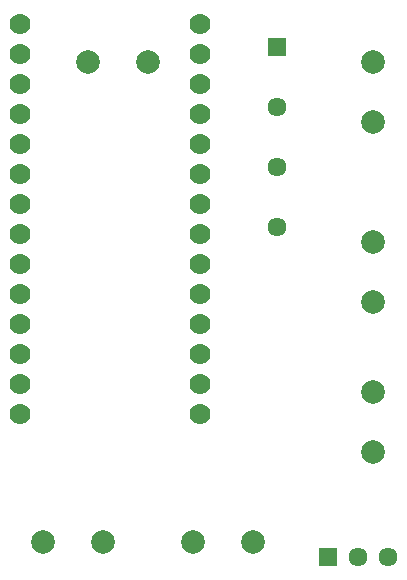
<source format=gbs>
G75*
%MOIN*%
%OFA0B0*%
%FSLAX25Y25*%
%IPPOS*%
%LPD*%
%AMOC8*
5,1,8,0,0,1.08239X$1,22.5*
%
%ADD10C,0.07924*%
%ADD11R,0.06350X0.06350*%
%ADD12C,0.06350*%
%ADD13C,0.07000*%
D10*
X0021000Y0021000D03*
X0041000Y0021000D03*
X0071000Y0021000D03*
X0091000Y0021000D03*
X0131000Y0051000D03*
X0131000Y0071000D03*
X0131000Y0101000D03*
X0131000Y0121000D03*
X0131000Y0161000D03*
X0131000Y0181000D03*
X0056000Y0181000D03*
X0036000Y0181000D03*
D11*
X0099000Y0186000D03*
X0116000Y0016000D03*
D12*
X0126000Y0016000D03*
X0136000Y0016000D03*
X0099000Y0126000D03*
X0099000Y0146000D03*
X0099000Y0166000D03*
D13*
X0073500Y0163500D03*
X0073500Y0153500D03*
X0073500Y0143500D03*
X0073500Y0133500D03*
X0073500Y0123500D03*
X0073500Y0113500D03*
X0073500Y0103500D03*
X0073500Y0093500D03*
X0073500Y0083500D03*
X0073500Y0073500D03*
X0073500Y0063500D03*
X0013500Y0063500D03*
X0013500Y0073500D03*
X0013500Y0083500D03*
X0013500Y0093500D03*
X0013500Y0103500D03*
X0013500Y0113500D03*
X0013500Y0123500D03*
X0013500Y0133500D03*
X0013500Y0143500D03*
X0013500Y0153500D03*
X0013500Y0163500D03*
X0013500Y0173500D03*
X0013500Y0183500D03*
X0013500Y0193500D03*
X0073500Y0193500D03*
X0073500Y0183500D03*
X0073500Y0173500D03*
M02*

</source>
